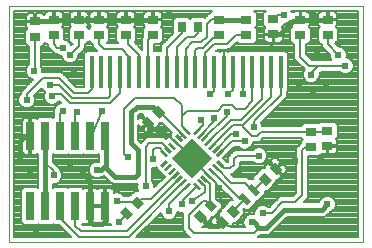
<source format=gtl>
G75*
%MOIN*%
%OFA0B0*%
%FSLAX24Y24*%
%IPPOS*%
%LPD*%
%AMOC8*
5,1,8,0,0,1.08239X$1,22.5*
%
%ADD10C,0.0000*%
%ADD11R,0.0157X0.1102*%
%ADD12R,0.0100X0.0280*%
%ADD13R,0.0960X0.0960*%
%ADD14R,0.0354X0.0276*%
%ADD15R,0.0276X0.0354*%
%ADD16R,0.0299X0.0945*%
%ADD17R,0.0200X0.0400*%
%ADD18C,0.0160*%
%ADD19C,0.0080*%
%ADD20C,0.0240*%
%ADD21C,0.0280*%
D10*
X000680Y000380D02*
X000680Y008254D01*
X012491Y008254D01*
X012491Y000380D01*
X000680Y000380D01*
D11*
X003436Y006049D03*
X003751Y006049D03*
X004066Y006049D03*
X004381Y006049D03*
X004696Y006049D03*
X005011Y006049D03*
X005326Y006049D03*
X005641Y006049D03*
X005956Y006049D03*
X006271Y006049D03*
X006586Y006049D03*
X006900Y006049D03*
X007215Y006049D03*
X007530Y006049D03*
X007845Y006049D03*
X008160Y006049D03*
X008475Y006049D03*
X008790Y006049D03*
X009105Y006049D03*
X009420Y006049D03*
X009735Y006049D03*
D12*
G36*
X007137Y003706D02*
X007066Y003777D01*
X007263Y003974D01*
X007334Y003903D01*
X007137Y003706D01*
G37*
G36*
X007264Y003578D02*
X007193Y003649D01*
X007390Y003846D01*
X007461Y003775D01*
X007264Y003578D01*
G37*
G36*
X007391Y003451D02*
X007320Y003522D01*
X007517Y003719D01*
X007588Y003648D01*
X007391Y003451D01*
G37*
G36*
X007511Y003331D02*
X007440Y003402D01*
X007637Y003599D01*
X007708Y003528D01*
X007511Y003331D01*
G37*
G36*
X007639Y003204D02*
X007568Y003275D01*
X007765Y003472D01*
X007836Y003401D01*
X007639Y003204D01*
G37*
G36*
X007836Y002935D02*
X007765Y002864D01*
X007568Y003061D01*
X007639Y003132D01*
X007836Y002935D01*
G37*
G36*
X007708Y002808D02*
X007637Y002737D01*
X007440Y002934D01*
X007511Y003005D01*
X007708Y002808D01*
G37*
G36*
X007588Y002688D02*
X007517Y002617D01*
X007320Y002814D01*
X007391Y002885D01*
X007588Y002688D01*
G37*
G36*
X007461Y002560D02*
X007390Y002489D01*
X007193Y002686D01*
X007264Y002757D01*
X007461Y002560D01*
G37*
G36*
X007334Y002433D02*
X007263Y002362D01*
X007066Y002559D01*
X007137Y002630D01*
X007334Y002433D01*
G37*
G36*
X007213Y002313D02*
X007142Y002242D01*
X006945Y002439D01*
X007016Y002510D01*
X007213Y002313D01*
G37*
G36*
X007086Y002186D02*
X007015Y002115D01*
X006818Y002312D01*
X006889Y002383D01*
X007086Y002186D01*
G37*
G36*
X006550Y002115D02*
X006479Y002186D01*
X006676Y002383D01*
X006747Y002312D01*
X006550Y002115D01*
G37*
G36*
X006422Y002242D02*
X006351Y002313D01*
X006548Y002510D01*
X006619Y002439D01*
X006422Y002242D01*
G37*
G36*
X006302Y002362D02*
X006231Y002433D01*
X006428Y002630D01*
X006499Y002559D01*
X006302Y002362D01*
G37*
G36*
X006175Y002489D02*
X006104Y002560D01*
X006301Y002757D01*
X006372Y002686D01*
X006175Y002489D01*
G37*
G36*
X006048Y002617D02*
X005977Y002688D01*
X006174Y002885D01*
X006245Y002814D01*
X006048Y002617D01*
G37*
G36*
X005927Y002737D02*
X005856Y002808D01*
X006053Y003005D01*
X006124Y002934D01*
X005927Y002737D01*
G37*
G36*
X005800Y002864D02*
X005729Y002935D01*
X005926Y003132D01*
X005997Y003061D01*
X005800Y002864D01*
G37*
G36*
X005997Y003275D02*
X005926Y003204D01*
X005729Y003401D01*
X005800Y003472D01*
X005997Y003275D01*
G37*
G36*
X006124Y003402D02*
X006053Y003331D01*
X005856Y003528D01*
X005927Y003599D01*
X006124Y003402D01*
G37*
G36*
X006245Y003522D02*
X006174Y003451D01*
X005977Y003648D01*
X006048Y003719D01*
X006245Y003522D01*
G37*
G36*
X006372Y003649D02*
X006301Y003578D01*
X006104Y003775D01*
X006175Y003846D01*
X006372Y003649D01*
G37*
G36*
X006499Y003777D02*
X006428Y003706D01*
X006231Y003903D01*
X006302Y003974D01*
X006499Y003777D01*
G37*
G36*
X006619Y003897D02*
X006548Y003826D01*
X006351Y004023D01*
X006422Y004094D01*
X006619Y003897D01*
G37*
G36*
X006747Y004024D02*
X006676Y003953D01*
X006479Y004150D01*
X006550Y004221D01*
X006747Y004024D01*
G37*
G36*
X006889Y003953D02*
X006818Y004024D01*
X007015Y004221D01*
X007086Y004150D01*
X006889Y003953D01*
G37*
G36*
X007016Y003826D02*
X006945Y003897D01*
X007142Y004094D01*
X007213Y004023D01*
X007016Y003826D01*
G37*
D13*
G36*
X006782Y003846D02*
X007460Y003168D01*
X006782Y002490D01*
X006104Y003168D01*
X006782Y003846D01*
G37*
D14*
X010760Y004056D03*
X011300Y004094D03*
X011300Y003583D03*
X010760Y003544D03*
X010400Y007286D03*
X010400Y007797D03*
X009500Y007814D03*
X009500Y007303D03*
X008600Y007286D03*
X008600Y007797D03*
X007700Y007797D03*
X007700Y007286D03*
X005480Y007286D03*
X005480Y007797D03*
X004580Y007797D03*
X004580Y007286D03*
X003680Y007286D03*
X003680Y007797D03*
X003020Y007797D03*
X003020Y007286D03*
X002180Y007286D03*
X001561Y007226D03*
X001561Y007737D03*
X002180Y007797D03*
X011306Y007797D03*
X011306Y007286D03*
D15*
X006974Y007541D03*
X006463Y007541D03*
G36*
X005901Y004692D02*
X005706Y004497D01*
X005457Y004746D01*
X005652Y004941D01*
X005901Y004692D01*
G37*
G36*
X005539Y004330D02*
X005344Y004135D01*
X005095Y004384D01*
X005290Y004579D01*
X005539Y004330D01*
G37*
G36*
X004747Y001730D02*
X004942Y001925D01*
X005191Y001676D01*
X004996Y001481D01*
X004747Y001730D01*
G37*
G36*
X004386Y001368D02*
X004581Y001563D01*
X004830Y001314D01*
X004635Y001119D01*
X004386Y001368D01*
G37*
G36*
X006828Y001260D02*
X007023Y001455D01*
X007272Y001206D01*
X007077Y001011D01*
X006828Y001260D01*
G37*
G36*
X007190Y001622D02*
X007385Y001817D01*
X007634Y001568D01*
X007439Y001373D01*
X007190Y001622D01*
G37*
G36*
X008006Y001012D02*
X007811Y000817D01*
X007562Y001066D01*
X007757Y001261D01*
X008006Y001012D01*
G37*
G36*
X008368Y001374D02*
X008173Y001179D01*
X007924Y001428D01*
X008119Y001623D01*
X008368Y001374D01*
G37*
G36*
X008995Y002488D02*
X009190Y002683D01*
X009439Y002434D01*
X009244Y002239D01*
X008995Y002488D01*
G37*
G36*
X009357Y002850D02*
X009552Y003045D01*
X009801Y002796D01*
X009606Y002601D01*
X009357Y002850D01*
G37*
D16*
X003899Y003904D03*
X003399Y003904D03*
X002899Y003904D03*
X002399Y003904D03*
X001899Y003904D03*
X001399Y003904D03*
X001399Y001581D03*
X001899Y001581D03*
X002399Y001581D03*
X002899Y001581D03*
X003399Y001581D03*
X003899Y001581D03*
D17*
G36*
X008320Y001882D02*
X008462Y002024D01*
X008744Y001742D01*
X008602Y001600D01*
X008320Y001882D01*
G37*
G36*
X008626Y002188D02*
X008768Y002330D01*
X009050Y002048D01*
X008908Y001906D01*
X008626Y002188D01*
G37*
D18*
X009860Y001460D02*
X011120Y001460D01*
X011300Y001640D01*
X009860Y001460D02*
X009260Y000860D01*
X009020Y000860D01*
X008840Y001040D01*
X008780Y001040D01*
X007784Y001039D02*
X007759Y001039D01*
X007640Y000920D01*
X007363Y000920D01*
X007050Y001233D01*
X005000Y002660D02*
X004880Y002540D01*
X004220Y002540D01*
X003920Y002840D01*
X003920Y002960D01*
X003740Y002780D01*
X003620Y002780D01*
X003920Y002960D02*
X003920Y003882D01*
X003899Y003904D01*
X004760Y003680D02*
X005000Y003440D01*
X005000Y002660D01*
X004760Y003680D02*
X004760Y004700D01*
X004940Y004880D01*
X005480Y004880D01*
X005641Y004719D01*
X005679Y004719D01*
X005360Y004357D02*
X005360Y003980D01*
X005360Y004357D02*
X005317Y004357D01*
X003380Y002420D02*
X003200Y002600D01*
X003140Y002600D01*
X003380Y002420D02*
X003380Y001599D01*
X003399Y001581D01*
X003399Y001081D01*
X003500Y000980D01*
X003800Y000980D01*
X003920Y001100D01*
X003920Y001559D01*
X003899Y001581D01*
X001899Y001581D02*
X001899Y003020D01*
X001899Y003904D01*
X001399Y003904D02*
X001204Y003904D01*
X001040Y003740D01*
X001040Y003140D01*
X001561Y007737D02*
X002120Y007737D01*
X002180Y007797D01*
X003020Y007797D01*
X003320Y007797D01*
X003680Y007797D01*
X004580Y007797D01*
X005480Y007797D01*
X007700Y007797D02*
X008600Y007797D01*
X009500Y007303D02*
X009703Y007303D01*
X010160Y007760D01*
X010363Y007760D01*
X010400Y007797D01*
X011306Y007797D01*
D19*
X011335Y007768D02*
X011335Y007826D01*
X011623Y007826D01*
X011623Y007954D01*
X011613Y007989D01*
X011595Y008021D01*
X011569Y008047D01*
X011537Y008066D01*
X011501Y008075D01*
X011335Y008075D01*
X011335Y007826D01*
X011277Y007826D01*
X011277Y007768D01*
X010989Y007768D01*
X010989Y007641D01*
X010998Y007605D01*
X011017Y007574D01*
X011035Y007556D01*
X010969Y007490D01*
X010969Y007081D01*
X011062Y006988D01*
X011106Y006988D01*
X011106Y006891D01*
X011380Y006617D01*
X011380Y006564D01*
X011423Y006461D01*
X011424Y006460D01*
X010783Y006460D01*
X010600Y006643D01*
X010600Y006988D01*
X010643Y006988D01*
X010737Y007081D01*
X010737Y007490D01*
X010671Y007556D01*
X010689Y007574D01*
X010708Y007605D01*
X010717Y007641D01*
X010717Y007768D01*
X010429Y007768D01*
X010429Y007826D01*
X010717Y007826D01*
X010717Y007954D01*
X010708Y007989D01*
X010689Y008021D01*
X010663Y008047D01*
X010631Y008066D01*
X010596Y008075D01*
X010429Y008075D01*
X010429Y007826D01*
X010371Y007826D01*
X010371Y008075D01*
X010204Y008075D01*
X010169Y008066D01*
X010137Y008047D01*
X010124Y008034D01*
X010099Y008094D01*
X012331Y008094D01*
X012331Y000540D01*
X008983Y000540D01*
X009063Y000620D01*
X009308Y000620D01*
X009396Y000657D01*
X009959Y001220D01*
X011168Y001220D01*
X011256Y001257D01*
X011362Y001363D01*
X011459Y001403D01*
X011537Y001481D01*
X011580Y001584D01*
X011580Y001696D01*
X011537Y001799D01*
X011459Y001877D01*
X011356Y001920D01*
X011244Y001920D01*
X011141Y001877D01*
X011063Y001799D01*
X011023Y001702D01*
X011021Y001700D01*
X010503Y001700D01*
X010543Y001740D01*
X010660Y001857D01*
X010660Y003246D01*
X011003Y003246D01*
X011071Y003314D01*
X011104Y003305D01*
X011271Y003305D01*
X011271Y003554D01*
X011329Y003554D01*
X011329Y003612D01*
X011617Y003612D01*
X011617Y003739D01*
X011608Y003775D01*
X011589Y003806D01*
X011571Y003824D01*
X011637Y003890D01*
X011637Y004299D01*
X011543Y004392D01*
X011057Y004392D01*
X011011Y004346D01*
X011003Y004354D01*
X010517Y004354D01*
X010423Y004260D01*
X010423Y004256D01*
X009120Y004256D01*
X009120Y004276D01*
X009084Y004362D01*
X009935Y005212D01*
X009935Y005393D01*
X009974Y005432D01*
X009974Y006667D01*
X009880Y006760D01*
X009590Y006760D01*
X009578Y006748D01*
X009565Y006760D01*
X009275Y006760D01*
X009263Y006748D01*
X009250Y006760D01*
X008960Y006760D01*
X008948Y006748D01*
X008935Y006760D01*
X008645Y006760D01*
X008633Y006748D01*
X008620Y006760D01*
X008330Y006760D01*
X008318Y006748D01*
X008305Y006760D01*
X008015Y006760D01*
X007983Y006728D01*
X007978Y006731D01*
X007943Y006740D01*
X007845Y006740D01*
X007748Y006740D01*
X007713Y006731D01*
X007708Y006728D01*
X007675Y006760D01*
X007583Y006760D01*
X007603Y006780D01*
X008023Y006780D01*
X008294Y007051D01*
X008357Y006988D01*
X008843Y006988D01*
X008937Y007081D01*
X008937Y007490D01*
X008885Y007541D01*
X008937Y007593D01*
X008937Y008001D01*
X008845Y008094D01*
X009238Y008094D01*
X009163Y008019D01*
X009163Y007610D01*
X009229Y007544D01*
X009211Y007526D01*
X009192Y007495D01*
X009183Y007459D01*
X009183Y007332D01*
X009471Y007332D01*
X009471Y007274D01*
X009183Y007274D01*
X009183Y007146D01*
X009192Y007111D01*
X009211Y007079D01*
X009237Y007053D01*
X009269Y007034D01*
X009304Y007025D01*
X009471Y007025D01*
X009471Y007274D01*
X009529Y007274D01*
X009529Y007332D01*
X009817Y007332D01*
X009817Y007459D01*
X009808Y007495D01*
X009789Y007526D01*
X009771Y007544D01*
X009837Y007610D01*
X009837Y007660D01*
X009916Y007660D01*
X010019Y007703D01*
X010083Y007767D01*
X010083Y007641D01*
X010092Y007605D01*
X010111Y007574D01*
X010129Y007556D01*
X010063Y007490D01*
X010063Y007081D01*
X010157Y006988D01*
X010200Y006988D01*
X010200Y006477D01*
X010317Y006360D01*
X010541Y006137D01*
X010523Y006119D01*
X010480Y006016D01*
X010480Y005904D01*
X010523Y005801D01*
X010601Y005723D01*
X010704Y005680D01*
X010816Y005680D01*
X010919Y005723D01*
X010997Y005801D01*
X011040Y005904D01*
X011040Y006016D01*
X011040Y006017D01*
X011083Y006060D01*
X011704Y006060D01*
X011741Y006023D01*
X011844Y005980D01*
X011956Y005980D01*
X012059Y006023D01*
X012137Y006101D01*
X012180Y006204D01*
X012180Y006316D01*
X012137Y006419D01*
X012059Y006497D01*
X011956Y006540D01*
X011930Y006540D01*
X011940Y006564D01*
X011940Y006676D01*
X011897Y006779D01*
X011819Y006857D01*
X011716Y006900D01*
X011663Y006900D01*
X011562Y007001D01*
X011643Y007081D01*
X011643Y007490D01*
X011577Y007556D01*
X011595Y007574D01*
X011613Y007605D01*
X011623Y007641D01*
X011623Y007768D01*
X011335Y007768D01*
X011335Y007838D02*
X011277Y007838D01*
X011277Y007826D02*
X011277Y008075D01*
X011110Y008075D01*
X011075Y008066D01*
X011043Y008047D01*
X011017Y008021D01*
X010998Y007989D01*
X010989Y007954D01*
X010989Y007826D01*
X011277Y007826D01*
X011277Y007916D02*
X011335Y007916D01*
X011335Y007995D02*
X011277Y007995D01*
X011277Y008073D02*
X011335Y008073D01*
X011509Y008073D02*
X012331Y008073D01*
X012331Y007995D02*
X011610Y007995D01*
X011623Y007916D02*
X012331Y007916D01*
X012331Y007838D02*
X011623Y007838D01*
X011623Y007759D02*
X012331Y007759D01*
X012331Y007681D02*
X011623Y007681D01*
X011611Y007602D02*
X012331Y007602D01*
X012331Y007524D02*
X011609Y007524D01*
X011643Y007445D02*
X012331Y007445D01*
X012331Y007367D02*
X011643Y007367D01*
X011643Y007288D02*
X012331Y007288D01*
X012331Y007210D02*
X011643Y007210D01*
X011643Y007131D02*
X012331Y007131D01*
X012331Y007053D02*
X011614Y007053D01*
X011589Y006974D02*
X012331Y006974D01*
X012331Y006896D02*
X011727Y006896D01*
X011859Y006817D02*
X012331Y006817D01*
X012331Y006739D02*
X011914Y006739D01*
X011940Y006660D02*
X012331Y006660D01*
X012331Y006582D02*
X011940Y006582D01*
X012045Y006503D02*
X012331Y006503D01*
X012331Y006425D02*
X012131Y006425D01*
X012167Y006346D02*
X012331Y006346D01*
X012331Y006268D02*
X012180Y006268D01*
X012174Y006189D02*
X012331Y006189D01*
X012331Y006111D02*
X012141Y006111D01*
X012068Y006032D02*
X012331Y006032D01*
X012331Y005954D02*
X011040Y005954D01*
X011055Y006032D02*
X011732Y006032D01*
X011900Y006260D02*
X011000Y006260D01*
X010760Y006020D01*
X010760Y005960D01*
X010992Y005797D02*
X012331Y005797D01*
X012331Y005875D02*
X011028Y005875D01*
X010907Y005718D02*
X012331Y005718D01*
X012331Y005640D02*
X009974Y005640D01*
X009974Y005718D02*
X010613Y005718D01*
X010528Y005797D02*
X009974Y005797D01*
X009974Y005875D02*
X010492Y005875D01*
X010480Y005954D02*
X009974Y005954D01*
X009974Y006032D02*
X010487Y006032D01*
X010519Y006111D02*
X009974Y006111D01*
X009974Y006189D02*
X010488Y006189D01*
X010410Y006268D02*
X009974Y006268D01*
X009974Y006346D02*
X010331Y006346D01*
X010253Y006425D02*
X009974Y006425D01*
X009974Y006503D02*
X010200Y006503D01*
X010200Y006582D02*
X009974Y006582D01*
X009974Y006660D02*
X010200Y006660D01*
X010200Y006739D02*
X009902Y006739D01*
X010200Y006817D02*
X008060Y006817D01*
X007993Y006739D02*
X007950Y006739D01*
X007940Y006800D02*
X009320Y006800D01*
X009500Y006980D01*
X009500Y007303D01*
X009529Y007288D02*
X010063Y007288D01*
X010063Y007210D02*
X009817Y007210D01*
X009817Y007146D02*
X009817Y007274D01*
X009529Y007274D01*
X009529Y007025D01*
X009696Y007025D01*
X009731Y007034D01*
X009763Y007053D01*
X009789Y007079D01*
X009808Y007111D01*
X009817Y007146D01*
X009813Y007131D02*
X010063Y007131D01*
X010092Y007053D02*
X009763Y007053D01*
X009529Y007053D02*
X009471Y007053D01*
X009471Y007131D02*
X009529Y007131D01*
X009529Y007210D02*
X009471Y007210D01*
X009471Y007288D02*
X008937Y007288D01*
X008937Y007210D02*
X009183Y007210D01*
X009187Y007131D02*
X008937Y007131D01*
X008908Y007053D02*
X009237Y007053D01*
X009183Y007367D02*
X008937Y007367D01*
X008937Y007445D02*
X009183Y007445D01*
X009209Y007524D02*
X008903Y007524D01*
X008937Y007602D02*
X009171Y007602D01*
X009163Y007681D02*
X008937Y007681D01*
X008937Y007759D02*
X009163Y007759D01*
X009163Y007838D02*
X008937Y007838D01*
X008937Y007916D02*
X009163Y007916D01*
X009163Y007995D02*
X008937Y007995D01*
X008866Y008073D02*
X009217Y008073D01*
X009500Y007814D02*
X009626Y007940D01*
X009860Y007940D01*
X010075Y007759D02*
X010083Y007759D01*
X010083Y007681D02*
X009965Y007681D01*
X010094Y007602D02*
X009829Y007602D01*
X009791Y007524D02*
X010097Y007524D01*
X010063Y007445D02*
X009817Y007445D01*
X009817Y007367D02*
X010063Y007367D01*
X010400Y007286D02*
X010400Y006560D01*
X010700Y006260D01*
X011000Y006260D01*
X010740Y006503D02*
X011405Y006503D01*
X011380Y006582D02*
X010661Y006582D01*
X010600Y006660D02*
X011337Y006660D01*
X011259Y006739D02*
X010600Y006739D01*
X010600Y006817D02*
X011180Y006817D01*
X011106Y006896D02*
X010600Y006896D01*
X010600Y006974D02*
X011106Y006974D01*
X010998Y007053D02*
X010708Y007053D01*
X010737Y007131D02*
X010969Y007131D01*
X010969Y007210D02*
X010737Y007210D01*
X010737Y007288D02*
X010969Y007288D01*
X010969Y007367D02*
X010737Y007367D01*
X010737Y007445D02*
X010969Y007445D01*
X011003Y007524D02*
X010703Y007524D01*
X010706Y007602D02*
X011000Y007602D01*
X010989Y007681D02*
X010717Y007681D01*
X010717Y007759D02*
X010989Y007759D01*
X010989Y007838D02*
X010717Y007838D01*
X010717Y007916D02*
X010989Y007916D01*
X011001Y007995D02*
X010705Y007995D01*
X010603Y008073D02*
X011102Y008073D01*
X010429Y008073D02*
X010371Y008073D01*
X010371Y007995D02*
X010429Y007995D01*
X010429Y007916D02*
X010371Y007916D01*
X010371Y007838D02*
X010429Y007838D01*
X010197Y008073D02*
X010108Y008073D01*
X011306Y007286D02*
X011306Y006974D01*
X011660Y006620D01*
X012331Y005561D02*
X009974Y005561D01*
X009974Y005483D02*
X012331Y005483D01*
X012331Y005404D02*
X009946Y005404D01*
X009935Y005326D02*
X012331Y005326D01*
X012331Y005247D02*
X009935Y005247D01*
X009891Y005169D02*
X012331Y005169D01*
X012331Y005090D02*
X009813Y005090D01*
X009734Y005012D02*
X012331Y005012D01*
X012331Y004933D02*
X009656Y004933D01*
X009577Y004855D02*
X012331Y004855D01*
X012331Y004776D02*
X009499Y004776D01*
X009420Y004698D02*
X012331Y004698D01*
X012331Y004619D02*
X009342Y004619D01*
X009263Y004541D02*
X012331Y004541D01*
X012331Y004462D02*
X009185Y004462D01*
X009106Y004384D02*
X011048Y004384D01*
X011300Y004094D02*
X011261Y004056D01*
X010760Y004056D01*
X009096Y004056D01*
X008960Y003920D01*
X008780Y003920D01*
X008480Y004220D01*
X008480Y004280D01*
X008149Y004280D01*
X007454Y003585D01*
X007574Y003465D02*
X008090Y003980D01*
X008240Y003980D01*
X008104Y003740D02*
X007702Y003338D01*
X007867Y003206D02*
X007980Y003206D01*
X007980Y003223D02*
X007980Y003043D01*
X007977Y003040D01*
X007957Y003040D01*
X007829Y003168D01*
X007996Y003335D01*
X007996Y003349D01*
X008187Y003540D01*
X008344Y003540D01*
X008381Y003503D01*
X008484Y003460D01*
X008596Y003460D01*
X008699Y003503D01*
X008777Y003581D01*
X008820Y003684D01*
X008820Y003720D01*
X009043Y003720D01*
X009160Y003837D01*
X009179Y003856D01*
X010423Y003856D01*
X010423Y003852D01*
X010475Y003800D01*
X010423Y003748D01*
X010423Y003686D01*
X010380Y003643D01*
X010260Y003523D01*
X010260Y002023D01*
X010137Y001900D01*
X009717Y001900D01*
X009600Y001783D01*
X009357Y001540D01*
X009336Y001540D01*
X009299Y001577D01*
X009196Y001620D01*
X009084Y001620D01*
X008981Y001577D01*
X008903Y001499D01*
X008860Y001396D01*
X008860Y001310D01*
X008836Y001320D01*
X008724Y001320D01*
X008621Y001277D01*
X008543Y001199D01*
X008500Y001096D01*
X008500Y000984D01*
X008543Y000881D01*
X008544Y000880D01*
X008073Y000880D01*
X008119Y000925D01*
X008137Y000957D01*
X008147Y000993D01*
X008147Y001018D01*
X008240Y001018D01*
X008529Y001307D01*
X008529Y001439D01*
X008498Y001470D01*
X008502Y001474D01*
X008536Y001440D01*
X008669Y001440D01*
X008904Y001675D01*
X008904Y001746D01*
X008975Y001746D01*
X009210Y001981D01*
X009210Y002079D01*
X009311Y002079D01*
X009599Y002367D01*
X009599Y002461D01*
X009625Y002461D01*
X009660Y002470D01*
X009692Y002489D01*
X009782Y002579D01*
X009579Y002783D01*
X009619Y002823D01*
X009823Y002620D01*
X009913Y002710D01*
X009932Y002742D01*
X009941Y002777D01*
X009941Y002814D01*
X009932Y002850D01*
X009913Y002882D01*
X009795Y002999D01*
X009619Y002823D01*
X009579Y002864D01*
X009755Y003040D01*
X009637Y003158D01*
X009605Y003177D01*
X009569Y003186D01*
X009532Y003186D01*
X009497Y003177D01*
X009465Y003158D01*
X009375Y003068D01*
X009579Y002864D01*
X009538Y002823D01*
X009334Y003027D01*
X009244Y002937D01*
X009225Y002905D01*
X009216Y002870D01*
X009216Y002844D01*
X009123Y002844D01*
X008834Y002556D01*
X008834Y002490D01*
X008834Y002490D01*
X008701Y002490D01*
X008697Y002486D01*
X008623Y002560D01*
X008168Y002560D01*
X008088Y002640D01*
X008143Y002640D01*
X008260Y002757D01*
X008380Y002877D01*
X008380Y003057D01*
X008383Y003060D01*
X008824Y003060D01*
X008861Y003023D01*
X008964Y002980D01*
X009076Y002980D01*
X009179Y003023D01*
X009257Y003101D01*
X009300Y003204D01*
X009300Y003316D01*
X009257Y003419D01*
X009179Y003497D01*
X009076Y003540D01*
X008964Y003540D01*
X008861Y003497D01*
X008824Y003460D01*
X008217Y003460D01*
X008097Y003340D01*
X007980Y003223D01*
X007946Y003285D02*
X008042Y003285D01*
X008010Y003363D02*
X008120Y003363D01*
X008088Y003442D02*
X008199Y003442D01*
X008167Y003520D02*
X008364Y003520D01*
X008540Y003740D02*
X008104Y003740D01*
X008300Y003260D02*
X008180Y003140D01*
X008180Y002960D01*
X008060Y002840D01*
X007860Y002840D01*
X007702Y002998D01*
X007869Y003128D02*
X007980Y003128D01*
X007980Y003049D02*
X007948Y003049D01*
X008300Y003260D02*
X009020Y003260D01*
X009280Y003363D02*
X010260Y003363D01*
X010260Y003285D02*
X009300Y003285D01*
X009300Y003206D02*
X010260Y003206D01*
X010260Y003128D02*
X009667Y003128D01*
X009746Y003049D02*
X010260Y003049D01*
X010220Y003080D02*
X009835Y003080D01*
X009579Y002823D01*
X009800Y002602D01*
X009800Y002480D01*
X008240Y000920D01*
X008000Y000920D01*
X007881Y001039D01*
X007784Y001039D01*
X007700Y001123D01*
X007700Y001400D01*
X007880Y001580D01*
X007880Y001700D01*
X007700Y001880D01*
X007700Y002180D01*
X007580Y002300D01*
X007580Y002360D01*
X007327Y002613D01*
X007327Y002623D01*
X006782Y003168D01*
X006782Y003168D01*
X006238Y003712D01*
X006238Y003712D01*
X006228Y003712D01*
X005900Y004040D01*
X005633Y004040D01*
X005317Y004357D01*
X005303Y004384D02*
X005249Y004384D01*
X005276Y004357D02*
X005072Y004560D01*
X005000Y004489D01*
X005000Y004601D01*
X005039Y004640D01*
X005151Y004640D01*
X005113Y004601D01*
X005317Y004397D01*
X005276Y004357D01*
X005317Y004316D01*
X005357Y004357D01*
X005561Y004153D01*
X005651Y004243D01*
X005670Y004275D01*
X005679Y004310D01*
X005679Y004336D01*
X005773Y004336D01*
X005800Y004363D01*
X006132Y004031D01*
X006071Y003970D01*
X006071Y003941D01*
X006040Y003910D01*
X006009Y003879D01*
X005981Y003879D01*
X005922Y003821D01*
X005863Y003880D01*
X005277Y003880D01*
X005157Y003760D01*
X005088Y003691D01*
X005000Y003779D01*
X005000Y004280D01*
X005100Y004181D01*
X005276Y004357D01*
X005317Y004316D02*
X005141Y004140D01*
X005258Y004022D01*
X005290Y004003D01*
X005326Y003994D01*
X005363Y003994D01*
X005398Y004003D01*
X005430Y004022D01*
X005520Y004112D01*
X005317Y004316D01*
X005327Y004305D02*
X005409Y004305D01*
X005406Y004227D02*
X005488Y004227D01*
X005484Y004148D02*
X006014Y004148D01*
X005936Y004227D02*
X005635Y004227D01*
X005678Y004305D02*
X005857Y004305D01*
X006093Y004070D02*
X005478Y004070D01*
X005211Y004070D02*
X005000Y004070D01*
X005000Y004148D02*
X005149Y004148D01*
X005146Y004227D02*
X005227Y004227D01*
X005224Y004305D02*
X005306Y004305D01*
X005252Y004462D02*
X005170Y004462D01*
X005174Y004541D02*
X005092Y004541D01*
X005052Y004541D02*
X005000Y004541D01*
X005018Y004619D02*
X005130Y004619D01*
X005054Y004227D02*
X005000Y004227D01*
X005000Y003991D02*
X006092Y003991D01*
X006042Y003913D02*
X005000Y003913D01*
X005000Y003834D02*
X005231Y003834D01*
X005153Y003756D02*
X005024Y003756D01*
X005240Y003560D02*
X005240Y002240D01*
X005440Y002436D02*
X005440Y002860D01*
X005536Y002860D01*
X005569Y002874D01*
X005569Y002868D01*
X005696Y002741D01*
X005816Y002621D01*
X005877Y002560D01*
X005520Y002203D01*
X005520Y002296D01*
X005477Y002399D01*
X005440Y002436D01*
X005455Y002421D02*
X005738Y002421D01*
X005660Y002343D02*
X005501Y002343D01*
X005520Y002264D02*
X005581Y002264D01*
X005440Y002500D02*
X005817Y002500D01*
X005859Y002578D02*
X005440Y002578D01*
X005440Y002657D02*
X005781Y002657D01*
X005702Y002735D02*
X005440Y002735D01*
X005440Y002814D02*
X005624Y002814D01*
X005480Y003140D02*
X005480Y003440D01*
X005540Y003500D01*
X005720Y003500D01*
X005863Y003357D01*
X005863Y003338D01*
X005990Y003465D02*
X005990Y003470D01*
X005780Y003680D01*
X005360Y003680D01*
X005240Y003560D01*
X004640Y003200D02*
X004520Y003320D01*
X004520Y004820D01*
X004880Y005180D01*
X006200Y005180D01*
X006440Y004940D01*
X006440Y004580D01*
X006440Y004260D01*
X006613Y004087D01*
X006485Y003960D02*
X006365Y003840D01*
X006485Y003960D02*
X005727Y004719D01*
X005679Y004719D01*
X006440Y004580D02*
X006620Y004760D01*
X007640Y004760D01*
X007820Y004940D01*
X008120Y004940D01*
X008240Y004820D01*
X008540Y004820D01*
X008790Y005070D01*
X008790Y006049D01*
X008475Y006049D02*
X008475Y005305D01*
X008480Y005300D01*
X008160Y005460D02*
X008000Y005300D01*
X008160Y005460D02*
X008160Y006049D01*
X007845Y006049D02*
X007845Y006049D01*
X007845Y006705D01*
X007940Y006800D01*
X007845Y006740D02*
X007845Y006049D01*
X007845Y006740D01*
X007845Y006739D02*
X007845Y006739D01*
X007845Y006660D02*
X007845Y006660D01*
X007845Y006582D02*
X007845Y006582D01*
X007845Y006503D02*
X007845Y006503D01*
X007845Y006425D02*
X007845Y006425D01*
X007845Y006346D02*
X007845Y006346D01*
X007845Y006268D02*
X007845Y006268D01*
X007845Y006189D02*
X007845Y006189D01*
X007845Y006111D02*
X007845Y006111D01*
X007530Y006049D02*
X007530Y005430D01*
X007400Y005300D01*
X007940Y004700D02*
X007940Y004580D01*
X007200Y003840D01*
X007079Y003960D02*
X007520Y004400D01*
X007520Y004520D01*
X007160Y004400D02*
X007160Y004280D01*
X006967Y004087D01*
X006952Y004087D01*
X007160Y004400D02*
X007100Y004460D01*
X007327Y003712D02*
X008075Y004460D01*
X008420Y004460D01*
X009105Y005145D01*
X009105Y006049D01*
X009420Y006049D02*
X009420Y005220D01*
X008480Y004280D01*
X008840Y004220D02*
X008840Y004400D01*
X009735Y005295D01*
X009735Y006049D01*
X010200Y006896D02*
X008138Y006896D01*
X008217Y006974D02*
X010200Y006974D01*
X008600Y007286D02*
X008594Y007280D01*
X008240Y007280D01*
X007940Y006980D01*
X007520Y006980D01*
X007215Y006675D01*
X007215Y006049D01*
X006900Y006049D02*
X006900Y006780D01*
X006980Y006860D01*
X007160Y006860D01*
X007520Y007220D01*
X007634Y007220D01*
X007700Y007286D01*
X007280Y007220D02*
X007280Y007640D01*
X007460Y007820D01*
X007677Y007820D01*
X007700Y007797D01*
X007455Y008094D02*
X007381Y008020D01*
X007377Y008020D01*
X007260Y007903D01*
X007207Y007850D01*
X007179Y007879D01*
X006770Y007879D01*
X006719Y007827D01*
X006667Y007879D01*
X006259Y007879D01*
X006165Y007785D01*
X006165Y007348D01*
X005756Y006938D01*
X005756Y006760D01*
X005526Y006760D01*
X005526Y006988D01*
X005723Y006988D01*
X005817Y007081D01*
X005817Y007490D01*
X005751Y007556D01*
X005769Y007574D01*
X005788Y007605D01*
X005797Y007641D01*
X005797Y007768D01*
X005509Y007768D01*
X005509Y007826D01*
X005797Y007826D01*
X005797Y007954D01*
X005788Y007989D01*
X005769Y008021D01*
X005743Y008047D01*
X005711Y008066D01*
X005676Y008075D01*
X005509Y008075D01*
X005509Y007826D01*
X005451Y007826D01*
X005451Y007768D01*
X005163Y007768D01*
X005163Y007641D01*
X005172Y007605D01*
X005191Y007574D01*
X005209Y007556D01*
X005143Y007490D01*
X005143Y007231D01*
X005126Y007214D01*
X005126Y006777D01*
X004869Y007034D01*
X004917Y007081D01*
X004917Y007490D01*
X004851Y007556D01*
X004869Y007574D01*
X004888Y007605D01*
X004897Y007641D01*
X004897Y007768D01*
X004609Y007768D01*
X004609Y007826D01*
X004897Y007826D01*
X004897Y007954D01*
X004888Y007989D01*
X004869Y008021D01*
X004843Y008047D01*
X004811Y008066D01*
X004776Y008075D01*
X004609Y008075D01*
X004609Y007826D01*
X004551Y007826D01*
X004551Y007768D01*
X004263Y007768D01*
X004263Y007641D01*
X004272Y007605D01*
X004291Y007574D01*
X004309Y007556D01*
X004243Y007490D01*
X004243Y007081D01*
X004324Y007000D01*
X003943Y007000D01*
X003939Y007004D01*
X004017Y007081D01*
X004017Y007490D01*
X003951Y007556D01*
X003969Y007574D01*
X003988Y007605D01*
X003997Y007641D01*
X003997Y007768D01*
X003709Y007768D01*
X003709Y007826D01*
X003997Y007826D01*
X003997Y007954D01*
X003988Y007989D01*
X003969Y008021D01*
X003943Y008047D01*
X003911Y008066D01*
X003876Y008075D01*
X003709Y008075D01*
X003709Y007826D01*
X003651Y007826D01*
X003651Y007768D01*
X003363Y007768D01*
X003363Y007641D01*
X003372Y007605D01*
X003391Y007574D01*
X003409Y007556D01*
X003350Y007497D01*
X003291Y007556D01*
X003309Y007574D01*
X003328Y007605D01*
X003337Y007641D01*
X003337Y007768D01*
X003049Y007768D01*
X003049Y007826D01*
X003337Y007826D01*
X003337Y007954D01*
X003328Y007989D01*
X003309Y008021D01*
X003283Y008047D01*
X003251Y008066D01*
X003216Y008075D01*
X003049Y008075D01*
X003049Y007826D01*
X002991Y007826D01*
X002991Y007768D01*
X002703Y007768D01*
X002703Y007641D01*
X002712Y007605D01*
X002731Y007574D01*
X002749Y007556D01*
X002683Y007490D01*
X002683Y007081D01*
X002777Y006988D01*
X002805Y006988D01*
X002752Y006935D01*
X002717Y007019D01*
X002639Y007097D01*
X002536Y007140D01*
X002517Y007140D01*
X002517Y007490D01*
X002451Y007556D01*
X002469Y007574D01*
X002488Y007605D01*
X002497Y007641D01*
X002497Y007768D01*
X002209Y007768D01*
X002209Y007826D01*
X002497Y007826D01*
X002497Y007954D01*
X002488Y007989D01*
X002469Y008021D01*
X002443Y008047D01*
X002411Y008066D01*
X002376Y008075D01*
X002209Y008075D01*
X002209Y007826D01*
X002151Y007826D01*
X002151Y008075D01*
X001984Y008075D01*
X001949Y008066D01*
X001917Y008047D01*
X001891Y008021D01*
X001872Y007989D01*
X001863Y007954D01*
X001863Y007939D01*
X001850Y007961D01*
X001824Y007987D01*
X001792Y008006D01*
X001757Y008015D01*
X001590Y008015D01*
X001590Y007766D01*
X001532Y007766D01*
X001532Y007708D01*
X001244Y007708D01*
X001244Y007581D01*
X001253Y007545D01*
X001272Y007514D01*
X001290Y007496D01*
X001224Y007430D01*
X001224Y007021D01*
X001318Y006928D01*
X001361Y006928D01*
X001361Y006317D01*
X001283Y006239D01*
X001240Y006136D01*
X001240Y006024D01*
X001283Y005921D01*
X001361Y005843D01*
X001464Y005800D01*
X001497Y005800D01*
X001080Y005383D01*
X001080Y005316D01*
X001043Y005279D01*
X001000Y005176D01*
X001000Y005064D01*
X001043Y004961D01*
X001121Y004883D01*
X001224Y004840D01*
X001336Y004840D01*
X001439Y004883D01*
X001517Y004961D01*
X001560Y005064D01*
X001560Y005176D01*
X001524Y005262D01*
X001788Y005525D01*
X001823Y005441D01*
X001878Y005386D01*
X001840Y005296D01*
X001840Y005184D01*
X001883Y005081D01*
X001961Y005003D01*
X002064Y004960D01*
X002176Y004960D01*
X002279Y005003D01*
X002357Y005081D01*
X002405Y005032D01*
X002321Y004997D01*
X002243Y004919D01*
X002200Y004816D01*
X002200Y004763D01*
X002199Y004761D01*
X002199Y004536D01*
X002183Y004536D01*
X002149Y004502D01*
X002114Y004536D01*
X001683Y004536D01*
X001634Y004488D01*
X001602Y004507D01*
X001567Y004516D01*
X001433Y004516D01*
X001433Y003938D01*
X001364Y003938D01*
X001364Y003869D01*
X001433Y003869D01*
X001433Y003291D01*
X001567Y003291D01*
X001602Y003301D01*
X001634Y003319D01*
X001634Y003319D01*
X001659Y003295D01*
X001659Y002189D01*
X001649Y002179D01*
X001614Y002213D01*
X001183Y002213D01*
X001089Y002120D01*
X001089Y001042D01*
X001183Y000948D01*
X001614Y000948D01*
X001649Y000982D01*
X001683Y000948D01*
X002114Y000948D01*
X002149Y000982D01*
X002183Y000948D01*
X002349Y000948D01*
X002757Y000540D01*
X000840Y000540D01*
X000840Y008094D01*
X007455Y008094D01*
X007434Y008073D02*
X005683Y008073D01*
X005785Y007995D02*
X007352Y007995D01*
X007273Y007916D02*
X005797Y007916D01*
X005797Y007838D02*
X006218Y007838D01*
X006165Y007759D02*
X005797Y007759D01*
X005797Y007681D02*
X006165Y007681D01*
X006165Y007602D02*
X005786Y007602D01*
X005783Y007524D02*
X006165Y007524D01*
X006165Y007445D02*
X005817Y007445D01*
X005817Y007367D02*
X006165Y007367D01*
X006105Y007288D02*
X005817Y007288D01*
X005817Y007210D02*
X006027Y007210D01*
X005948Y007131D02*
X005817Y007131D01*
X005788Y007053D02*
X005870Y007053D01*
X005791Y006974D02*
X005526Y006974D01*
X005526Y006896D02*
X005756Y006896D01*
X005756Y006817D02*
X005526Y006817D01*
X005326Y007131D02*
X005480Y007286D01*
X005326Y007131D02*
X005326Y006049D01*
X005011Y006049D02*
X005011Y006609D01*
X004640Y006980D01*
X004640Y007226D01*
X004580Y007286D01*
X004917Y007288D02*
X005143Y007288D01*
X005143Y007367D02*
X004917Y007367D01*
X004917Y007445D02*
X005143Y007445D01*
X005177Y007524D02*
X004883Y007524D01*
X004886Y007602D02*
X005174Y007602D01*
X005163Y007681D02*
X004897Y007681D01*
X004897Y007759D02*
X005163Y007759D01*
X005163Y007826D02*
X005451Y007826D01*
X005451Y008075D01*
X005284Y008075D01*
X005249Y008066D01*
X005217Y008047D01*
X005191Y008021D01*
X005172Y007989D01*
X005163Y007954D01*
X005163Y007826D01*
X005163Y007838D02*
X004897Y007838D01*
X004897Y007916D02*
X005163Y007916D01*
X005175Y007995D02*
X004885Y007995D01*
X004783Y008073D02*
X005277Y008073D01*
X005451Y008073D02*
X005509Y008073D01*
X005509Y007995D02*
X005451Y007995D01*
X005451Y007916D02*
X005509Y007916D01*
X005509Y007838D02*
X005451Y007838D01*
X005126Y007210D02*
X004917Y007210D01*
X004917Y007131D02*
X005126Y007131D01*
X005126Y007053D02*
X004888Y007053D01*
X004929Y006974D02*
X005126Y006974D01*
X005126Y006896D02*
X005007Y006896D01*
X005086Y006817D02*
X005126Y006817D01*
X004696Y006564D02*
X004460Y006800D01*
X003860Y006800D01*
X003680Y006980D01*
X003680Y007286D01*
X003988Y007053D02*
X004272Y007053D01*
X004243Y007131D02*
X004017Y007131D01*
X004017Y007210D02*
X004243Y007210D01*
X004243Y007288D02*
X004017Y007288D01*
X004017Y007367D02*
X004243Y007367D01*
X004243Y007445D02*
X004017Y007445D01*
X003983Y007524D02*
X004277Y007524D01*
X004274Y007602D02*
X003986Y007602D01*
X003997Y007681D02*
X004263Y007681D01*
X004263Y007759D02*
X003997Y007759D01*
X003997Y007838D02*
X004263Y007838D01*
X004263Y007826D02*
X004551Y007826D01*
X004551Y008075D01*
X004384Y008075D01*
X004349Y008066D01*
X004317Y008047D01*
X004291Y008021D01*
X004272Y007989D01*
X004263Y007954D01*
X004263Y007826D01*
X004263Y007916D02*
X003997Y007916D01*
X003985Y007995D02*
X004275Y007995D01*
X004377Y008073D02*
X003883Y008073D01*
X003709Y008073D02*
X003651Y008073D01*
X003651Y008075D02*
X003484Y008075D01*
X003449Y008066D01*
X003417Y008047D01*
X003391Y008021D01*
X003372Y007989D01*
X003363Y007954D01*
X003363Y007826D01*
X003651Y007826D01*
X003651Y008075D01*
X003651Y007995D02*
X003709Y007995D01*
X003709Y007916D02*
X003651Y007916D01*
X003651Y007838D02*
X003709Y007838D01*
X003477Y008073D02*
X003223Y008073D01*
X003325Y007995D02*
X003375Y007995D01*
X003363Y007916D02*
X003337Y007916D01*
X003337Y007838D02*
X003363Y007838D01*
X003363Y007759D02*
X003337Y007759D01*
X003337Y007681D02*
X003363Y007681D01*
X003374Y007602D02*
X003326Y007602D01*
X003323Y007524D02*
X003377Y007524D01*
X003020Y007286D02*
X003020Y006920D01*
X002720Y006620D01*
X002975Y006503D02*
X003197Y006503D01*
X003197Y006425D02*
X002920Y006425D01*
X002957Y006461D02*
X003000Y006564D01*
X003000Y006617D01*
X003103Y006720D01*
X003220Y006837D01*
X003220Y006988D01*
X003263Y006988D01*
X003350Y007074D01*
X003437Y006988D01*
X003480Y006988D01*
X003480Y006897D01*
X003617Y006760D01*
X003606Y006760D01*
X003593Y006748D01*
X003581Y006760D01*
X003291Y006760D01*
X003197Y006667D01*
X003197Y005560D01*
X002923Y005560D01*
X002443Y006040D01*
X001800Y006040D01*
X001800Y006136D01*
X001761Y006230D01*
X001761Y006928D01*
X001805Y006928D01*
X001898Y007021D01*
X001898Y007026D01*
X001937Y006988D01*
X001980Y006988D01*
X001980Y006897D01*
X002097Y006780D01*
X002217Y006660D01*
X001761Y006660D01*
X001761Y006582D02*
X002421Y006582D01*
X002424Y006580D02*
X002440Y006580D01*
X002440Y006564D01*
X002483Y006461D01*
X002561Y006383D01*
X002664Y006340D01*
X002776Y006340D01*
X002879Y006383D01*
X002957Y006461D01*
X003000Y006582D02*
X003197Y006582D01*
X003197Y006660D02*
X003043Y006660D01*
X003121Y006739D02*
X003269Y006739D01*
X003200Y006817D02*
X003560Y006817D01*
X003482Y006896D02*
X003220Y006896D01*
X003220Y006974D02*
X003480Y006974D01*
X003372Y007053D02*
X003328Y007053D01*
X002791Y006974D02*
X002736Y006974D01*
X002712Y007053D02*
X002683Y007053D01*
X002683Y007131D02*
X002557Y007131D01*
X002517Y007210D02*
X002683Y007210D01*
X002683Y007288D02*
X002517Y007288D01*
X002517Y007367D02*
X002683Y007367D01*
X002683Y007445D02*
X002517Y007445D01*
X002483Y007524D02*
X002717Y007524D01*
X002714Y007602D02*
X002486Y007602D01*
X002497Y007681D02*
X002703Y007681D01*
X002703Y007759D02*
X002497Y007759D01*
X002497Y007838D02*
X002703Y007838D01*
X002703Y007826D02*
X002991Y007826D01*
X002991Y008075D01*
X002824Y008075D01*
X002789Y008066D01*
X002757Y008047D01*
X002731Y008021D01*
X002712Y007989D01*
X002703Y007954D01*
X002703Y007826D01*
X002703Y007916D02*
X002497Y007916D01*
X002485Y007995D02*
X002715Y007995D01*
X002817Y008073D02*
X002383Y008073D01*
X002209Y008073D02*
X002151Y008073D01*
X002151Y007995D02*
X002209Y007995D01*
X002209Y007916D02*
X002151Y007916D01*
X002151Y007838D02*
X002209Y007838D01*
X001977Y008073D02*
X000840Y008073D01*
X000840Y007995D02*
X001311Y007995D01*
X001298Y007987D02*
X001272Y007961D01*
X001253Y007929D01*
X001244Y007894D01*
X001244Y007766D01*
X001532Y007766D01*
X001532Y008015D01*
X001366Y008015D01*
X001330Y008006D01*
X001298Y007987D01*
X001250Y007916D02*
X000840Y007916D01*
X000840Y007838D02*
X001244Y007838D01*
X001244Y007681D02*
X000840Y007681D01*
X000840Y007759D02*
X001532Y007759D01*
X001532Y007838D02*
X001590Y007838D01*
X001590Y007916D02*
X001532Y007916D01*
X001532Y007995D02*
X001590Y007995D01*
X001811Y007995D02*
X001875Y007995D01*
X001244Y007602D02*
X000840Y007602D01*
X000840Y007524D02*
X001266Y007524D01*
X001239Y007445D02*
X000840Y007445D01*
X000840Y007367D02*
X001224Y007367D01*
X001224Y007288D02*
X000840Y007288D01*
X000840Y007210D02*
X001224Y007210D01*
X001224Y007131D02*
X000840Y007131D01*
X000840Y007053D02*
X001224Y007053D01*
X001271Y006974D02*
X000840Y006974D01*
X000840Y006896D02*
X001361Y006896D01*
X001361Y006817D02*
X000840Y006817D01*
X000840Y006739D02*
X001361Y006739D01*
X001361Y006660D02*
X000840Y006660D01*
X000840Y006582D02*
X001361Y006582D01*
X001361Y006503D02*
X000840Y006503D01*
X000840Y006425D02*
X001361Y006425D01*
X001361Y006346D02*
X000840Y006346D01*
X000840Y006268D02*
X001312Y006268D01*
X001262Y006189D02*
X000840Y006189D01*
X000840Y006111D02*
X001240Y006111D01*
X001240Y006032D02*
X000840Y006032D01*
X000840Y005954D02*
X001269Y005954D01*
X001329Y005875D02*
X000840Y005875D01*
X000840Y005797D02*
X001494Y005797D01*
X001415Y005718D02*
X000840Y005718D01*
X000840Y005640D02*
X001337Y005640D01*
X001258Y005561D02*
X000840Y005561D01*
X000840Y005483D02*
X001180Y005483D01*
X001101Y005404D02*
X000840Y005404D01*
X000840Y005326D02*
X001080Y005326D01*
X001030Y005247D02*
X000840Y005247D01*
X000840Y005169D02*
X001000Y005169D01*
X001000Y005090D02*
X000840Y005090D01*
X000840Y005012D02*
X001022Y005012D01*
X001071Y004933D02*
X000840Y004933D01*
X000840Y004855D02*
X001189Y004855D01*
X001371Y004855D02*
X002216Y004855D01*
X002200Y004776D02*
X000840Y004776D01*
X000840Y004698D02*
X002199Y004698D01*
X002199Y004619D02*
X000840Y004619D01*
X000840Y004541D02*
X002199Y004541D01*
X002399Y004679D02*
X002480Y004760D01*
X002399Y004679D02*
X002399Y003904D01*
X002899Y003904D02*
X002899Y004639D01*
X002960Y004700D01*
X002720Y005000D02*
X002420Y005300D01*
X002180Y005300D01*
X002120Y005240D01*
X001840Y005247D02*
X001530Y005247D01*
X001560Y005169D02*
X001847Y005169D01*
X001879Y005090D02*
X001560Y005090D01*
X001538Y005012D02*
X001953Y005012D01*
X002257Y004933D02*
X001489Y004933D01*
X001280Y005120D02*
X001280Y005300D01*
X001820Y005840D01*
X002360Y005840D01*
X002840Y005360D01*
X003320Y005360D01*
X003440Y005480D01*
X003440Y006045D01*
X003436Y006049D01*
X003197Y006032D02*
X002451Y006032D01*
X002529Y005954D02*
X003197Y005954D01*
X003197Y005875D02*
X002608Y005875D01*
X002686Y005797D02*
X003197Y005797D01*
X003197Y005718D02*
X002765Y005718D01*
X002843Y005640D02*
X003197Y005640D01*
X003197Y005561D02*
X002922Y005561D01*
X002780Y005180D02*
X002360Y005600D01*
X002060Y005600D01*
X001860Y005404D02*
X001667Y005404D01*
X001745Y005483D02*
X001806Y005483D01*
X001852Y005326D02*
X001588Y005326D01*
X002287Y005012D02*
X002356Y005012D01*
X002720Y005000D02*
X004040Y005000D01*
X004381Y005341D01*
X004381Y006049D01*
X004066Y006049D02*
X004066Y005266D01*
X003980Y005180D01*
X002780Y005180D01*
X003800Y004760D02*
X003440Y003945D01*
X003399Y003904D01*
X003649Y003305D02*
X003680Y003274D01*
X003680Y003059D01*
X003679Y003059D01*
X003676Y003060D01*
X003564Y003060D01*
X003461Y003017D01*
X003383Y002939D01*
X003340Y002836D01*
X003340Y002724D01*
X003383Y002621D01*
X003461Y002543D01*
X003564Y002500D01*
X003676Y002500D01*
X003772Y002540D01*
X003788Y002540D01*
X003853Y002567D01*
X004084Y002337D01*
X004172Y002300D01*
X004928Y002300D01*
X004969Y002317D01*
X004960Y002296D01*
X004960Y002184D01*
X005001Y002085D01*
X004875Y002085D01*
X004693Y001903D01*
X004524Y001903D01*
X004517Y001919D01*
X004439Y001997D01*
X004336Y002040D01*
X004224Y002040D01*
X004188Y002025D01*
X004188Y002072D01*
X004179Y002107D01*
X004992Y002107D01*
X004960Y002186D02*
X004095Y002186D01*
X004102Y002184D02*
X004067Y002193D01*
X003933Y002193D01*
X003933Y001616D01*
X003864Y001616D01*
X003864Y002193D01*
X003730Y002193D01*
X003695Y002184D01*
X003663Y002165D01*
X003649Y002151D01*
X003634Y002165D01*
X003602Y002184D01*
X003567Y002193D01*
X003433Y002193D01*
X003433Y001616D01*
X003364Y001616D01*
X003364Y002193D01*
X003230Y002193D01*
X003195Y002184D01*
X003163Y002165D01*
X003163Y002165D01*
X003114Y002213D01*
X002683Y002213D01*
X002649Y002179D01*
X002614Y002213D01*
X002183Y002213D01*
X002149Y002179D01*
X002139Y002189D01*
X002139Y002320D01*
X002236Y002320D01*
X002339Y002363D01*
X002417Y002441D01*
X002460Y002544D01*
X002460Y002656D01*
X002417Y002759D01*
X002380Y002796D01*
X002380Y002821D01*
X002139Y003063D01*
X002139Y003295D01*
X002149Y003305D01*
X002183Y003271D01*
X002614Y003271D01*
X002649Y003305D01*
X002683Y003271D01*
X003114Y003271D01*
X003149Y003305D01*
X003183Y003271D01*
X003614Y003271D01*
X003649Y003305D01*
X003669Y003285D02*
X003628Y003285D01*
X003680Y003206D02*
X002139Y003206D01*
X002139Y003128D02*
X003680Y003128D01*
X003538Y003049D02*
X002152Y003049D01*
X002231Y002971D02*
X003415Y002971D01*
X003363Y002892D02*
X002309Y002892D01*
X002380Y002814D02*
X003340Y002814D01*
X003340Y002735D02*
X002427Y002735D01*
X002460Y002657D02*
X003368Y002657D01*
X003426Y002578D02*
X002460Y002578D01*
X002441Y002500D02*
X003921Y002500D01*
X004000Y002421D02*
X002397Y002421D01*
X002290Y002343D02*
X004078Y002343D01*
X004102Y002184D02*
X004134Y002165D01*
X004160Y002139D01*
X004179Y002107D01*
X004188Y002029D02*
X004197Y002029D01*
X004363Y002029D02*
X004818Y002029D01*
X004740Y001950D02*
X004486Y001950D01*
X004280Y001760D02*
X004337Y001703D01*
X004969Y001703D01*
X005087Y001820D01*
X005420Y001820D01*
X006223Y002623D01*
X006238Y002623D01*
X006365Y002496D02*
X004609Y000740D01*
X003080Y000740D01*
X002899Y000921D01*
X002899Y001581D01*
X003364Y001546D02*
X003433Y001546D01*
X003433Y000968D01*
X003567Y000968D01*
X003602Y000978D01*
X003634Y000996D01*
X003649Y001011D01*
X003663Y000996D01*
X003695Y000978D01*
X003730Y000968D01*
X003864Y000968D01*
X003864Y001546D01*
X003933Y001546D01*
X003933Y000968D01*
X004067Y000968D01*
X004078Y000940D01*
X003163Y000940D01*
X003134Y000968D01*
X003163Y000997D01*
X003163Y000996D01*
X003195Y000978D01*
X003230Y000968D01*
X003364Y000968D01*
X003364Y001546D01*
X003364Y001479D02*
X003433Y001479D01*
X003433Y001546D02*
X003433Y001616D01*
X003688Y001616D01*
X003864Y001616D01*
X003864Y001546D01*
X003433Y001546D01*
X003433Y001558D02*
X003864Y001558D01*
X003864Y001636D02*
X003933Y001636D01*
X003933Y001715D02*
X003864Y001715D01*
X003864Y001793D02*
X003933Y001793D01*
X003933Y001872D02*
X003864Y001872D01*
X003864Y001950D02*
X003933Y001950D01*
X003933Y002029D02*
X003864Y002029D01*
X003864Y002107D02*
X003933Y002107D01*
X003933Y002186D02*
X003864Y002186D01*
X003702Y002186D02*
X003595Y002186D01*
X003433Y002186D02*
X003364Y002186D01*
X003364Y002107D02*
X003433Y002107D01*
X003433Y002029D02*
X003364Y002029D01*
X003364Y001950D02*
X003433Y001950D01*
X003433Y001872D02*
X003364Y001872D01*
X003364Y001793D02*
X003433Y001793D01*
X003433Y001715D02*
X003364Y001715D01*
X003364Y001636D02*
X003433Y001636D01*
X003433Y001401D02*
X003364Y001401D01*
X003364Y001322D02*
X003433Y001322D01*
X003433Y001244D02*
X003364Y001244D01*
X003364Y001165D02*
X003433Y001165D01*
X003433Y001087D02*
X003364Y001087D01*
X003364Y001008D02*
X003433Y001008D01*
X003646Y001008D02*
X003651Y001008D01*
X003864Y001008D02*
X003933Y001008D01*
X003933Y001087D02*
X003864Y001087D01*
X003864Y001165D02*
X003933Y001165D01*
X003933Y001244D02*
X003864Y001244D01*
X003864Y001322D02*
X003933Y001322D01*
X003933Y001401D02*
X003864Y001401D01*
X003864Y001479D02*
X003933Y001479D01*
X004340Y001040D02*
X004608Y001308D01*
X004608Y001341D01*
X004067Y000968D02*
X004067Y000968D01*
X004670Y000560D02*
X006485Y002376D01*
X006613Y002249D02*
X006613Y002233D01*
X006020Y001640D01*
X006020Y001400D01*
X006300Y001395D02*
X006384Y001360D01*
X006480Y001360D01*
X006480Y000943D01*
X006480Y000777D01*
X006660Y000597D01*
X006717Y000540D01*
X004932Y000540D01*
X005740Y001348D01*
X005740Y001344D01*
X005783Y001241D01*
X005861Y001163D01*
X005964Y001120D01*
X006076Y001120D01*
X006179Y001163D01*
X006257Y001241D01*
X006300Y001344D01*
X006300Y001395D01*
X006291Y001322D02*
X006480Y001322D01*
X006480Y001244D02*
X006258Y001244D01*
X006181Y001165D02*
X006480Y001165D01*
X006480Y001087D02*
X005479Y001087D01*
X005557Y001165D02*
X005859Y001165D01*
X005782Y001244D02*
X005636Y001244D01*
X005714Y001322D02*
X005749Y001322D01*
X005400Y001008D02*
X006480Y001008D01*
X006480Y000930D02*
X005322Y000930D01*
X005243Y000851D02*
X006480Y000851D01*
X006485Y000773D02*
X005165Y000773D01*
X005086Y000694D02*
X006563Y000694D01*
X006642Y000616D02*
X005008Y000616D01*
X004670Y000560D02*
X003020Y000560D01*
X002399Y001181D01*
X002399Y001581D01*
X002642Y002186D02*
X002655Y002186D01*
X003142Y002186D02*
X003202Y002186D01*
X002155Y002186D02*
X002142Y002186D01*
X002139Y002264D02*
X004960Y002264D01*
X006440Y001640D02*
X006500Y001796D01*
X006952Y002249D01*
X006929Y002249D01*
X006952Y002249D02*
X006971Y002249D01*
X007079Y002376D02*
X007084Y002376D01*
X007220Y002240D01*
X007220Y002060D01*
X006800Y001760D01*
X007160Y001760D02*
X007247Y001760D01*
X007412Y001595D01*
X007400Y001607D01*
X007400Y002300D01*
X007204Y002496D01*
X007200Y002496D01*
X007454Y002751D02*
X008393Y001812D01*
X008532Y001812D01*
X008532Y001787D01*
X008146Y001401D01*
X008387Y001165D02*
X008529Y001165D01*
X008500Y001087D02*
X008308Y001087D01*
X008147Y001008D02*
X008500Y001008D01*
X008523Y000930D02*
X008121Y000930D01*
X007784Y000998D02*
X007666Y000880D01*
X007584Y000880D01*
X007743Y001039D01*
X007784Y000998D01*
X007774Y001008D02*
X007712Y001008D01*
X007743Y001039D02*
X007539Y001243D01*
X007449Y001153D01*
X007431Y001121D01*
X007421Y001085D01*
X007421Y001048D01*
X007431Y001013D01*
X007449Y000981D01*
X007550Y000880D01*
X007132Y000880D01*
X007132Y000880D01*
X007164Y000898D01*
X007254Y000988D01*
X007050Y001192D01*
X007091Y001233D01*
X007294Y001029D01*
X007384Y001119D01*
X007403Y001151D01*
X007412Y001187D01*
X007412Y001212D01*
X007506Y001212D01*
X007763Y001470D01*
X007763Y001402D01*
X007738Y001402D01*
X007702Y001392D01*
X007670Y001374D01*
X007580Y001284D01*
X007784Y001080D01*
X007743Y001039D01*
X007777Y001087D02*
X007696Y001087D01*
X007699Y001165D02*
X007617Y001165D01*
X007620Y001244D02*
X007537Y001244D01*
X007461Y001165D02*
X007407Y001165D01*
X007422Y001087D02*
X007352Y001087D01*
X007434Y001008D02*
X007234Y001008D01*
X007237Y001087D02*
X007156Y001087D01*
X007159Y001165D02*
X007077Y001165D01*
X007195Y000930D02*
X007501Y000930D01*
X007633Y000930D02*
X007715Y000930D01*
X007618Y001322D02*
X007615Y001322D01*
X007694Y001401D02*
X007733Y001401D01*
X007794Y001526D02*
X007794Y001634D01*
X007600Y001828D01*
X007600Y002322D01*
X008138Y001784D01*
X008052Y001784D01*
X007794Y001526D01*
X007794Y001558D02*
X007826Y001558D01*
X007792Y001636D02*
X007904Y001636D01*
X007983Y001715D02*
X007713Y001715D01*
X007635Y001793D02*
X008129Y001793D01*
X008051Y001872D02*
X007600Y001872D01*
X007600Y001950D02*
X007972Y001950D01*
X007894Y002029D02*
X007600Y002029D01*
X007600Y002107D02*
X007815Y002107D01*
X007737Y002186D02*
X007600Y002186D01*
X007600Y002264D02*
X007658Y002264D01*
X008085Y002360D02*
X007574Y002871D01*
X008150Y002578D02*
X008856Y002578D01*
X008834Y002500D02*
X008683Y002500D01*
X008540Y002360D02*
X008085Y002360D01*
X008159Y002657D02*
X008935Y002657D01*
X009013Y002735D02*
X008238Y002735D01*
X008316Y002814D02*
X009092Y002814D01*
X009222Y002892D02*
X008380Y002892D01*
X008380Y002971D02*
X009277Y002971D01*
X009205Y003049D02*
X009394Y003049D01*
X009391Y002971D02*
X009472Y002971D01*
X009469Y002892D02*
X009551Y002892D01*
X009606Y002892D02*
X009688Y002892D01*
X009685Y002971D02*
X009767Y002971D01*
X009824Y002971D02*
X010260Y002971D01*
X010260Y002892D02*
X009903Y002892D01*
X009941Y002814D02*
X010260Y002814D01*
X010260Y002735D02*
X009928Y002735D01*
X009860Y002657D02*
X010260Y002657D01*
X010260Y002578D02*
X009782Y002578D01*
X009786Y002657D02*
X009705Y002657D01*
X009708Y002735D02*
X009626Y002735D01*
X009629Y002814D02*
X009610Y002814D01*
X009703Y002500D02*
X010260Y002500D01*
X010260Y002421D02*
X009599Y002421D01*
X009574Y002343D02*
X010260Y002343D01*
X010260Y002264D02*
X009496Y002264D01*
X009417Y002186D02*
X010260Y002186D01*
X010260Y002107D02*
X009339Y002107D01*
X009210Y002029D02*
X010260Y002029D01*
X010187Y001950D02*
X009179Y001950D01*
X009101Y001872D02*
X009689Y001872D01*
X009610Y001793D02*
X009022Y001793D01*
X008904Y001715D02*
X009532Y001715D01*
X009453Y001636D02*
X008865Y001636D01*
X008787Y001558D02*
X008962Y001558D01*
X008895Y001479D02*
X008708Y001479D01*
X008862Y001401D02*
X008529Y001401D01*
X008529Y001322D02*
X008860Y001322D01*
X009140Y001340D02*
X009440Y001340D01*
X009800Y001700D01*
X010220Y001700D01*
X010460Y001940D01*
X010460Y003440D01*
X010580Y003560D01*
X010744Y003560D01*
X010760Y003544D01*
X010660Y003206D02*
X012331Y003206D01*
X012331Y003128D02*
X010660Y003128D01*
X010660Y003049D02*
X012331Y003049D01*
X012331Y002971D02*
X010660Y002971D01*
X010660Y002892D02*
X012331Y002892D01*
X012331Y002814D02*
X010660Y002814D01*
X010660Y002735D02*
X012331Y002735D01*
X012331Y002657D02*
X010660Y002657D01*
X010660Y002578D02*
X012331Y002578D01*
X012331Y002500D02*
X010660Y002500D01*
X010660Y002421D02*
X012331Y002421D01*
X012331Y002343D02*
X010660Y002343D01*
X010660Y002264D02*
X012331Y002264D01*
X012331Y002186D02*
X010660Y002186D01*
X010660Y002107D02*
X012331Y002107D01*
X012331Y002029D02*
X010660Y002029D01*
X010660Y001950D02*
X012331Y001950D01*
X012331Y001872D02*
X011464Y001872D01*
X011540Y001793D02*
X012331Y001793D01*
X012331Y001715D02*
X011572Y001715D01*
X011580Y001636D02*
X012331Y001636D01*
X012331Y001558D02*
X011569Y001558D01*
X011535Y001479D02*
X012331Y001479D01*
X012331Y001401D02*
X011453Y001401D01*
X011321Y001322D02*
X012331Y001322D01*
X012331Y001244D02*
X011224Y001244D01*
X011028Y001715D02*
X010517Y001715D01*
X010596Y001793D02*
X011060Y001793D01*
X011136Y001872D02*
X010660Y001872D01*
X009904Y001165D02*
X012331Y001165D01*
X012331Y001087D02*
X009826Y001087D01*
X009747Y001008D02*
X012331Y001008D01*
X012331Y000930D02*
X009669Y000930D01*
X009590Y000851D02*
X012331Y000851D01*
X012331Y000773D02*
X009512Y000773D01*
X009433Y000694D02*
X012331Y000694D01*
X012331Y000616D02*
X009058Y000616D01*
X008840Y000680D02*
X009020Y000860D01*
X008840Y000680D02*
X006860Y000680D01*
X006680Y000860D01*
X006680Y001280D01*
X007160Y001760D01*
X008465Y001244D02*
X008588Y001244D01*
X009318Y001558D02*
X009375Y001558D01*
X008838Y002118D02*
X008782Y002118D01*
X008540Y002360D01*
X008838Y002118D02*
X009181Y002461D01*
X009217Y002461D01*
X008835Y003049D02*
X008380Y003049D01*
X008716Y003520D02*
X008916Y003520D01*
X008784Y003599D02*
X010336Y003599D01*
X010260Y003520D02*
X009124Y003520D01*
X009234Y003442D02*
X010260Y003442D01*
X010414Y003677D02*
X008817Y003677D01*
X009078Y003756D02*
X010430Y003756D01*
X010441Y003834D02*
X009157Y003834D01*
X009108Y004305D02*
X010468Y004305D01*
X011300Y003583D02*
X011300Y003320D01*
X011060Y003080D01*
X011042Y003285D02*
X012331Y003285D01*
X012331Y003363D02*
X011592Y003363D01*
X011589Y003359D02*
X011608Y003391D01*
X011617Y003426D01*
X011617Y003554D01*
X011329Y003554D01*
X011329Y003305D01*
X011496Y003305D01*
X011531Y003314D01*
X011563Y003333D01*
X011589Y003359D01*
X011617Y003442D02*
X012331Y003442D01*
X012331Y003520D02*
X011617Y003520D01*
X011617Y003677D02*
X012331Y003677D01*
X012331Y003599D02*
X011329Y003599D01*
X011329Y003520D02*
X011271Y003520D01*
X011271Y003442D02*
X011329Y003442D01*
X011329Y003363D02*
X011271Y003363D01*
X011613Y003756D02*
X012331Y003756D01*
X012331Y003834D02*
X011581Y003834D01*
X011637Y003913D02*
X012331Y003913D01*
X012331Y003991D02*
X011637Y003991D01*
X011637Y004070D02*
X012331Y004070D01*
X012331Y004148D02*
X011637Y004148D01*
X011637Y004227D02*
X012331Y004227D01*
X012331Y004305D02*
X011631Y004305D01*
X011552Y004384D02*
X012331Y004384D01*
X009434Y003128D02*
X009268Y003128D01*
X006071Y003879D02*
X006071Y003879D01*
X006071Y003879D01*
X006040Y003910D01*
X006071Y003879D01*
X005935Y003834D02*
X005909Y003834D01*
X005956Y006049D02*
X005956Y006856D01*
X006440Y007340D01*
X006440Y007519D01*
X006463Y007541D01*
X006620Y007220D02*
X006860Y007220D01*
X006980Y007340D01*
X006980Y007536D01*
X006974Y007541D01*
X006729Y007838D02*
X006708Y007838D01*
X006620Y007220D02*
X006271Y006871D01*
X006271Y006049D01*
X006586Y006049D02*
X006586Y006826D01*
X006800Y007040D01*
X007100Y007040D01*
X007280Y007220D01*
X007697Y006739D02*
X007741Y006739D01*
X004696Y006564D02*
X004696Y006049D01*
X003197Y006111D02*
X001800Y006111D01*
X001778Y006189D02*
X003197Y006189D01*
X003197Y006268D02*
X001761Y006268D01*
X001761Y006346D02*
X002650Y006346D01*
X002790Y006346D02*
X003197Y006346D01*
X002520Y006425D02*
X001761Y006425D01*
X001761Y006503D02*
X002465Y006503D01*
X002424Y006580D02*
X002321Y006623D01*
X002284Y006660D01*
X002217Y006660D01*
X002139Y006739D02*
X001761Y006739D01*
X001761Y006817D02*
X002060Y006817D01*
X001982Y006896D02*
X001761Y006896D01*
X001851Y006974D02*
X001980Y006974D01*
X002180Y006980D02*
X002180Y007286D01*
X002180Y006980D02*
X002300Y006860D01*
X002480Y006860D01*
X001561Y007226D02*
X001561Y006121D01*
X001520Y006080D01*
X001364Y004516D02*
X001230Y004516D01*
X001195Y004507D01*
X001163Y004488D01*
X001137Y004462D01*
X001118Y004430D01*
X001109Y004394D01*
X001109Y003938D01*
X001364Y003938D01*
X001364Y004516D01*
X001364Y004462D02*
X001433Y004462D01*
X001433Y004384D02*
X001364Y004384D01*
X001364Y004305D02*
X001433Y004305D01*
X001433Y004227D02*
X001364Y004227D01*
X001364Y004148D02*
X001433Y004148D01*
X001433Y004070D02*
X001364Y004070D01*
X001364Y003991D02*
X001433Y003991D01*
X001364Y003913D02*
X000840Y003913D01*
X000840Y003991D02*
X001109Y003991D01*
X001109Y004070D02*
X000840Y004070D01*
X000840Y004148D02*
X001109Y004148D01*
X001109Y004227D02*
X000840Y004227D01*
X000840Y004305D02*
X001109Y004305D01*
X001109Y004384D02*
X000840Y004384D01*
X000840Y004462D02*
X001137Y004462D01*
X001634Y004488D02*
X001634Y004488D01*
X001364Y003869D02*
X001109Y003869D01*
X001109Y003413D01*
X001118Y003377D01*
X001137Y003345D01*
X001163Y003319D01*
X001195Y003301D01*
X001230Y003291D01*
X001364Y003291D01*
X001364Y003869D01*
X001364Y003834D02*
X001433Y003834D01*
X001433Y003756D02*
X001364Y003756D01*
X001364Y003677D02*
X001433Y003677D01*
X001433Y003599D02*
X001364Y003599D01*
X001364Y003520D02*
X001433Y003520D01*
X001433Y003442D02*
X001364Y003442D01*
X001364Y003363D02*
X001433Y003363D01*
X001659Y003285D02*
X000840Y003285D01*
X000840Y003363D02*
X001127Y003363D01*
X001109Y003442D02*
X000840Y003442D01*
X000840Y003520D02*
X001109Y003520D01*
X001109Y003599D02*
X000840Y003599D01*
X000840Y003677D02*
X001109Y003677D01*
X001109Y003756D02*
X000840Y003756D01*
X000840Y003834D02*
X001109Y003834D01*
X000840Y003206D02*
X001659Y003206D01*
X001659Y003128D02*
X000840Y003128D01*
X000840Y003049D02*
X001659Y003049D01*
X001659Y002971D02*
X000840Y002971D01*
X000840Y002892D02*
X001659Y002892D01*
X001659Y002814D02*
X000840Y002814D01*
X000840Y002735D02*
X001659Y002735D01*
X001659Y002657D02*
X000840Y002657D01*
X000840Y002578D02*
X001659Y002578D01*
X001659Y002500D02*
X000840Y002500D01*
X000840Y002421D02*
X001659Y002421D01*
X001659Y002343D02*
X000840Y002343D01*
X000840Y002264D02*
X001659Y002264D01*
X001655Y002186D02*
X001642Y002186D01*
X001155Y002186D02*
X000840Y002186D01*
X000840Y002107D02*
X001089Y002107D01*
X001089Y002029D02*
X000840Y002029D01*
X000840Y001950D02*
X001089Y001950D01*
X001089Y001872D02*
X000840Y001872D01*
X000840Y001793D02*
X001089Y001793D01*
X001089Y001715D02*
X000840Y001715D01*
X000840Y001636D02*
X001089Y001636D01*
X001089Y001558D02*
X000840Y001558D01*
X000840Y001479D02*
X001089Y001479D01*
X001089Y001401D02*
X000840Y001401D01*
X000840Y001322D02*
X001089Y001322D01*
X001089Y001244D02*
X000840Y001244D01*
X000840Y001165D02*
X001089Y001165D01*
X001089Y001087D02*
X000840Y001087D01*
X000840Y001008D02*
X001123Y001008D01*
X000840Y000930D02*
X002368Y000930D01*
X002446Y000851D02*
X000840Y000851D01*
X000840Y000773D02*
X002525Y000773D01*
X002603Y000694D02*
X000840Y000694D01*
X000840Y000616D02*
X002682Y000616D01*
X002180Y002600D02*
X002180Y002739D01*
X001899Y003020D01*
X002139Y003285D02*
X002169Y003285D01*
X002628Y003285D02*
X002669Y003285D01*
X003128Y003285D02*
X003169Y003285D01*
X003049Y007838D02*
X002991Y007838D01*
X002991Y007916D02*
X003049Y007916D01*
X003049Y007995D02*
X002991Y007995D01*
X002991Y008073D02*
X003049Y008073D01*
X004551Y008073D02*
X004609Y008073D01*
X004609Y007995D02*
X004551Y007995D01*
X004551Y007916D02*
X004609Y007916D01*
X004609Y007838D02*
X004551Y007838D01*
D20*
X006020Y008000D03*
X002720Y006620D03*
X002480Y006860D03*
X002840Y006080D03*
X002060Y005600D03*
X002120Y005240D03*
X002480Y004760D03*
X002960Y004700D03*
X003800Y004760D03*
X004640Y003200D03*
X005480Y003140D03*
X005600Y002660D03*
X005240Y002240D03*
X004280Y001760D03*
X004340Y001040D03*
X005300Y000680D03*
X006020Y001400D03*
X006440Y001640D03*
X006800Y001760D03*
X007700Y002180D03*
X007880Y001700D03*
X008780Y001040D03*
X009140Y001340D03*
X008360Y002660D03*
X009020Y003260D03*
X008540Y003740D03*
X008240Y003980D03*
X008840Y004220D03*
X007940Y004700D03*
X007520Y004520D03*
X007100Y004460D03*
X007400Y005300D03*
X008000Y005300D03*
X008480Y005300D03*
X010340Y005660D03*
X010760Y005960D03*
X011240Y005540D03*
X010820Y005360D03*
X011900Y006260D03*
X011660Y006620D03*
X010940Y006620D03*
X010880Y007340D03*
X010820Y008000D03*
X009860Y007940D03*
X005840Y004100D03*
X003620Y002780D03*
X003140Y002600D03*
X002720Y002960D03*
X002180Y002600D03*
X001400Y002780D03*
X001040Y003140D03*
X001280Y005120D03*
X001520Y006080D03*
X001580Y000740D03*
X010220Y003080D03*
X011060Y003080D03*
X011300Y001640D03*
D21*
X005360Y003980D03*
X003320Y007797D03*
M02*

</source>
